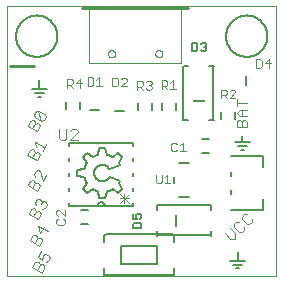
<source format=gto>
G75*
%MOIN*%
%OFA0B0*%
%FSLAX25Y25*%
%IPPOS*%
%LPD*%
%AMOC8*
5,1,8,0,0,1.08239X$1,22.5*
%
%ADD10C,0.00000*%
%ADD11C,0.00300*%
%ADD12C,0.00500*%
%ADD13C,0.01000*%
%ADD14C,0.00600*%
%ADD15R,0.03937X0.00787*%
%ADD16C,0.00800*%
%ADD17R,0.00787X0.03937*%
%ADD18C,0.00400*%
%ADD19C,0.00700*%
D10*
X0007800Y0007420D02*
X0007800Y0097421D01*
X0097681Y0097421D01*
X0097681Y0007420D01*
X0007800Y0007420D01*
X0035256Y0078602D02*
X0035256Y0097106D01*
X0041555Y0081555D02*
X0041557Y0081624D01*
X0041563Y0081692D01*
X0041573Y0081760D01*
X0041587Y0081827D01*
X0041605Y0081894D01*
X0041626Y0081959D01*
X0041652Y0082023D01*
X0041681Y0082085D01*
X0041713Y0082145D01*
X0041749Y0082204D01*
X0041789Y0082260D01*
X0041831Y0082314D01*
X0041877Y0082365D01*
X0041926Y0082414D01*
X0041977Y0082460D01*
X0042031Y0082502D01*
X0042087Y0082542D01*
X0042145Y0082578D01*
X0042206Y0082610D01*
X0042268Y0082639D01*
X0042332Y0082665D01*
X0042397Y0082686D01*
X0042464Y0082704D01*
X0042531Y0082718D01*
X0042599Y0082728D01*
X0042667Y0082734D01*
X0042736Y0082736D01*
X0042805Y0082734D01*
X0042873Y0082728D01*
X0042941Y0082718D01*
X0043008Y0082704D01*
X0043075Y0082686D01*
X0043140Y0082665D01*
X0043204Y0082639D01*
X0043266Y0082610D01*
X0043326Y0082578D01*
X0043385Y0082542D01*
X0043441Y0082502D01*
X0043495Y0082460D01*
X0043546Y0082414D01*
X0043595Y0082365D01*
X0043641Y0082314D01*
X0043683Y0082260D01*
X0043723Y0082204D01*
X0043759Y0082145D01*
X0043791Y0082085D01*
X0043820Y0082023D01*
X0043846Y0081959D01*
X0043867Y0081894D01*
X0043885Y0081827D01*
X0043899Y0081760D01*
X0043909Y0081692D01*
X0043915Y0081624D01*
X0043917Y0081555D01*
X0043915Y0081486D01*
X0043909Y0081418D01*
X0043899Y0081350D01*
X0043885Y0081283D01*
X0043867Y0081216D01*
X0043846Y0081151D01*
X0043820Y0081087D01*
X0043791Y0081025D01*
X0043759Y0080964D01*
X0043723Y0080906D01*
X0043683Y0080850D01*
X0043641Y0080796D01*
X0043595Y0080745D01*
X0043546Y0080696D01*
X0043495Y0080650D01*
X0043441Y0080608D01*
X0043385Y0080568D01*
X0043327Y0080532D01*
X0043266Y0080500D01*
X0043204Y0080471D01*
X0043140Y0080445D01*
X0043075Y0080424D01*
X0043008Y0080406D01*
X0042941Y0080392D01*
X0042873Y0080382D01*
X0042805Y0080376D01*
X0042736Y0080374D01*
X0042667Y0080376D01*
X0042599Y0080382D01*
X0042531Y0080392D01*
X0042464Y0080406D01*
X0042397Y0080424D01*
X0042332Y0080445D01*
X0042268Y0080471D01*
X0042206Y0080500D01*
X0042145Y0080532D01*
X0042087Y0080568D01*
X0042031Y0080608D01*
X0041977Y0080650D01*
X0041926Y0080696D01*
X0041877Y0080745D01*
X0041831Y0080796D01*
X0041789Y0080850D01*
X0041749Y0080906D01*
X0041713Y0080964D01*
X0041681Y0081025D01*
X0041652Y0081087D01*
X0041626Y0081151D01*
X0041605Y0081216D01*
X0041587Y0081283D01*
X0041573Y0081350D01*
X0041563Y0081418D01*
X0041557Y0081486D01*
X0041555Y0081555D01*
X0035256Y0078602D02*
X0065964Y0078602D01*
X0065964Y0097106D01*
X0057303Y0081555D02*
X0057305Y0081624D01*
X0057311Y0081692D01*
X0057321Y0081760D01*
X0057335Y0081827D01*
X0057353Y0081894D01*
X0057374Y0081959D01*
X0057400Y0082023D01*
X0057429Y0082085D01*
X0057461Y0082145D01*
X0057497Y0082204D01*
X0057537Y0082260D01*
X0057579Y0082314D01*
X0057625Y0082365D01*
X0057674Y0082414D01*
X0057725Y0082460D01*
X0057779Y0082502D01*
X0057835Y0082542D01*
X0057893Y0082578D01*
X0057954Y0082610D01*
X0058016Y0082639D01*
X0058080Y0082665D01*
X0058145Y0082686D01*
X0058212Y0082704D01*
X0058279Y0082718D01*
X0058347Y0082728D01*
X0058415Y0082734D01*
X0058484Y0082736D01*
X0058553Y0082734D01*
X0058621Y0082728D01*
X0058689Y0082718D01*
X0058756Y0082704D01*
X0058823Y0082686D01*
X0058888Y0082665D01*
X0058952Y0082639D01*
X0059014Y0082610D01*
X0059074Y0082578D01*
X0059133Y0082542D01*
X0059189Y0082502D01*
X0059243Y0082460D01*
X0059294Y0082414D01*
X0059343Y0082365D01*
X0059389Y0082314D01*
X0059431Y0082260D01*
X0059471Y0082204D01*
X0059507Y0082145D01*
X0059539Y0082085D01*
X0059568Y0082023D01*
X0059594Y0081959D01*
X0059615Y0081894D01*
X0059633Y0081827D01*
X0059647Y0081760D01*
X0059657Y0081692D01*
X0059663Y0081624D01*
X0059665Y0081555D01*
X0059663Y0081486D01*
X0059657Y0081418D01*
X0059647Y0081350D01*
X0059633Y0081283D01*
X0059615Y0081216D01*
X0059594Y0081151D01*
X0059568Y0081087D01*
X0059539Y0081025D01*
X0059507Y0080964D01*
X0059471Y0080906D01*
X0059431Y0080850D01*
X0059389Y0080796D01*
X0059343Y0080745D01*
X0059294Y0080696D01*
X0059243Y0080650D01*
X0059189Y0080608D01*
X0059133Y0080568D01*
X0059075Y0080532D01*
X0059014Y0080500D01*
X0058952Y0080471D01*
X0058888Y0080445D01*
X0058823Y0080424D01*
X0058756Y0080406D01*
X0058689Y0080392D01*
X0058621Y0080382D01*
X0058553Y0080376D01*
X0058484Y0080374D01*
X0058415Y0080376D01*
X0058347Y0080382D01*
X0058279Y0080392D01*
X0058212Y0080406D01*
X0058145Y0080424D01*
X0058080Y0080445D01*
X0058016Y0080471D01*
X0057954Y0080500D01*
X0057893Y0080532D01*
X0057835Y0080568D01*
X0057779Y0080608D01*
X0057725Y0080650D01*
X0057674Y0080696D01*
X0057625Y0080745D01*
X0057579Y0080796D01*
X0057537Y0080850D01*
X0057497Y0080906D01*
X0057461Y0080964D01*
X0057429Y0081025D01*
X0057400Y0081087D01*
X0057374Y0081151D01*
X0057353Y0081216D01*
X0057335Y0081283D01*
X0057321Y0081350D01*
X0057311Y0081418D01*
X0057305Y0081486D01*
X0057303Y0081555D01*
D11*
X0059400Y0072672D02*
X0060851Y0072672D01*
X0061335Y0072189D01*
X0061335Y0071221D01*
X0060851Y0070737D01*
X0059400Y0070737D01*
X0059400Y0069770D02*
X0059400Y0072672D01*
X0060367Y0070737D02*
X0061335Y0069770D01*
X0062347Y0069770D02*
X0064281Y0069770D01*
X0063314Y0069770D02*
X0063314Y0072672D01*
X0062347Y0071705D01*
X0056081Y0071505D02*
X0055598Y0071021D01*
X0056081Y0070537D01*
X0056081Y0070054D01*
X0055598Y0069570D01*
X0054630Y0069570D01*
X0054147Y0070054D01*
X0053135Y0069570D02*
X0052167Y0070537D01*
X0052651Y0070537D02*
X0053135Y0071021D01*
X0053135Y0071989D01*
X0052651Y0072472D01*
X0051200Y0072472D01*
X0051200Y0069570D01*
X0051200Y0070537D02*
X0052651Y0070537D01*
X0054147Y0071989D02*
X0054630Y0072472D01*
X0055598Y0072472D01*
X0056081Y0071989D01*
X0056081Y0071505D01*
X0055598Y0071021D02*
X0055114Y0071021D01*
X0047838Y0070670D02*
X0045903Y0070670D01*
X0047838Y0072605D01*
X0047838Y0073089D01*
X0047355Y0073572D01*
X0046387Y0073572D01*
X0045903Y0073089D01*
X0044892Y0073089D02*
X0044408Y0073572D01*
X0042957Y0073572D01*
X0042957Y0070670D01*
X0044408Y0070670D01*
X0044892Y0071154D01*
X0044892Y0073089D01*
X0039638Y0070870D02*
X0037703Y0070870D01*
X0038671Y0070870D02*
X0038671Y0073772D01*
X0037703Y0072805D01*
X0036692Y0073289D02*
X0036692Y0071354D01*
X0036208Y0070870D01*
X0034757Y0070870D01*
X0034757Y0073772D01*
X0036208Y0073772D01*
X0036692Y0073289D01*
X0032731Y0071671D02*
X0030797Y0071671D01*
X0032248Y0073122D01*
X0032248Y0070220D01*
X0029785Y0070220D02*
X0028817Y0071187D01*
X0029301Y0071187D02*
X0027850Y0071187D01*
X0027850Y0070220D02*
X0027850Y0073122D01*
X0029301Y0073122D01*
X0029785Y0072639D01*
X0029785Y0071671D01*
X0029301Y0071187D01*
X0020498Y0061347D02*
X0020724Y0060504D01*
X0020107Y0059435D01*
X0019264Y0059209D01*
X0018360Y0062581D01*
X0020498Y0061347D01*
X0018360Y0062581D02*
X0017517Y0062355D01*
X0016900Y0061286D01*
X0017126Y0060443D01*
X0019264Y0059209D01*
X0018657Y0058157D02*
X0018122Y0058466D01*
X0017279Y0058240D01*
X0016353Y0056636D01*
X0017957Y0055711D02*
X0014750Y0057562D01*
X0015675Y0059166D01*
X0016519Y0059392D01*
X0017053Y0059083D01*
X0017279Y0058240D01*
X0018657Y0058157D02*
X0018882Y0057314D01*
X0017957Y0055711D01*
X0017137Y0052161D02*
X0020344Y0050309D01*
X0019727Y0049240D02*
X0020961Y0051378D01*
X0017589Y0050475D02*
X0017137Y0052161D01*
X0016447Y0049732D02*
X0015604Y0049506D01*
X0014678Y0047902D01*
X0017885Y0046051D01*
X0018811Y0047654D01*
X0018585Y0048497D01*
X0018051Y0048806D01*
X0017208Y0048580D01*
X0016282Y0046976D01*
X0017208Y0048580D02*
X0016982Y0049423D01*
X0016447Y0049732D01*
X0018345Y0042704D02*
X0017502Y0042478D01*
X0016884Y0041409D01*
X0017110Y0040566D01*
X0016503Y0039514D02*
X0015660Y0039288D01*
X0014734Y0037685D01*
X0017941Y0035833D01*
X0018867Y0037437D01*
X0018641Y0038280D01*
X0018107Y0038588D01*
X0017264Y0038362D01*
X0016338Y0036759D01*
X0017264Y0038362D02*
X0017038Y0039206D01*
X0016503Y0039514D01*
X0019783Y0039023D02*
X0018879Y0042395D01*
X0018345Y0042704D01*
X0021017Y0041161D02*
X0019783Y0039023D01*
X0018688Y0033249D02*
X0017845Y0033023D01*
X0017228Y0031954D01*
X0017453Y0031111D01*
X0016846Y0030059D02*
X0017381Y0029751D01*
X0017607Y0028907D01*
X0016681Y0027304D01*
X0018284Y0026378D02*
X0019210Y0027982D01*
X0018984Y0028825D01*
X0018450Y0029133D01*
X0017607Y0028907D01*
X0016846Y0030059D02*
X0016003Y0029833D01*
X0015077Y0028230D01*
X0018284Y0026378D01*
X0018269Y0024157D02*
X0018947Y0021628D01*
X0020181Y0023766D01*
X0018269Y0024157D02*
X0021476Y0022305D01*
X0019409Y0019959D02*
X0019635Y0019116D01*
X0018709Y0017512D01*
X0015502Y0019364D01*
X0016428Y0020967D01*
X0017271Y0021193D01*
X0017805Y0020885D01*
X0018031Y0020042D01*
X0017105Y0018438D01*
X0018031Y0020042D02*
X0018874Y0020267D01*
X0019409Y0019959D01*
X0019319Y0015788D02*
X0018085Y0013650D01*
X0019689Y0012725D01*
X0019771Y0014102D01*
X0020080Y0014637D01*
X0020923Y0014863D01*
X0021992Y0014245D01*
X0022218Y0013402D01*
X0021601Y0012333D01*
X0020758Y0012107D01*
X0020150Y0011056D02*
X0020376Y0010213D01*
X0019450Y0008609D01*
X0016243Y0010461D01*
X0017169Y0012064D01*
X0018012Y0012290D01*
X0018547Y0011982D01*
X0018773Y0011138D01*
X0017847Y0009535D01*
X0018773Y0011138D02*
X0019616Y0011364D01*
X0020150Y0011056D01*
X0024751Y0024580D02*
X0026686Y0024580D01*
X0027170Y0025064D01*
X0027170Y0026031D01*
X0026686Y0026515D01*
X0027170Y0027527D02*
X0025235Y0029461D01*
X0024751Y0029461D01*
X0024268Y0028978D01*
X0024268Y0028010D01*
X0024751Y0027527D01*
X0024751Y0026515D02*
X0024268Y0026031D01*
X0024268Y0025064D01*
X0024751Y0024580D01*
X0027170Y0027527D02*
X0027170Y0029461D01*
X0021052Y0031171D02*
X0020435Y0030102D01*
X0019591Y0029876D01*
X0019140Y0031563D02*
X0019448Y0032097D01*
X0020291Y0032323D01*
X0020826Y0032014D01*
X0021052Y0031171D01*
X0019448Y0032097D02*
X0019222Y0032940D01*
X0018688Y0033249D01*
X0045414Y0033318D02*
X0048550Y0033318D01*
X0048550Y0034886D02*
X0045414Y0031750D01*
X0046982Y0031750D02*
X0046982Y0034886D01*
X0045414Y0034886D02*
X0048550Y0031750D01*
X0057467Y0038854D02*
X0057951Y0038370D01*
X0058918Y0038370D01*
X0059402Y0038854D01*
X0059402Y0041272D01*
X0060413Y0040305D02*
X0061381Y0041272D01*
X0061381Y0038370D01*
X0062348Y0038370D02*
X0060413Y0038370D01*
X0057467Y0038854D02*
X0057467Y0041272D01*
X0063057Y0049056D02*
X0064025Y0049056D01*
X0064509Y0049540D01*
X0065520Y0049056D02*
X0067455Y0049056D01*
X0066488Y0049056D02*
X0066488Y0051959D01*
X0065520Y0050991D01*
X0064509Y0051475D02*
X0064025Y0051959D01*
X0063057Y0051959D01*
X0062574Y0051475D01*
X0062574Y0049540D01*
X0063057Y0049056D01*
X0079130Y0066720D02*
X0079130Y0069622D01*
X0080581Y0069622D01*
X0081065Y0069139D01*
X0081065Y0068171D01*
X0080581Y0067687D01*
X0079130Y0067687D01*
X0080097Y0067687D02*
X0081065Y0066720D01*
X0082077Y0066720D02*
X0084012Y0068655D01*
X0084012Y0069139D01*
X0083528Y0069622D01*
X0082560Y0069622D01*
X0082077Y0069139D01*
X0082077Y0066720D02*
X0084012Y0066720D01*
X0084418Y0066308D02*
X0084418Y0064039D01*
X0084418Y0065173D02*
X0087821Y0065173D01*
X0087821Y0062901D02*
X0085553Y0062901D01*
X0084418Y0061766D01*
X0085553Y0060632D01*
X0087821Y0060632D01*
X0087254Y0059494D02*
X0086687Y0059494D01*
X0086120Y0058927D01*
X0086120Y0057225D01*
X0087821Y0057225D02*
X0084418Y0057225D01*
X0084418Y0058927D01*
X0084986Y0059494D01*
X0085553Y0059494D01*
X0086120Y0058927D01*
X0087254Y0059494D02*
X0087821Y0058927D01*
X0087821Y0057225D01*
X0086120Y0060632D02*
X0086120Y0062901D01*
X0090856Y0076858D02*
X0092307Y0076858D01*
X0092791Y0077342D01*
X0092791Y0079277D01*
X0092307Y0079761D01*
X0090856Y0079761D01*
X0090856Y0076858D01*
X0093802Y0078310D02*
X0095737Y0078310D01*
X0095253Y0079761D02*
X0093802Y0078310D01*
X0095253Y0076858D02*
X0095253Y0079761D01*
X0087843Y0028151D02*
X0086970Y0028151D01*
X0086097Y0027278D01*
X0086097Y0026405D01*
X0087843Y0024659D01*
X0088716Y0024659D01*
X0089589Y0025532D01*
X0089589Y0026405D01*
X0086984Y0023801D02*
X0086984Y0022928D01*
X0086112Y0022055D01*
X0085239Y0022055D01*
X0083493Y0023801D01*
X0083493Y0024674D01*
X0084366Y0025546D01*
X0085239Y0025546D01*
X0082198Y0023378D02*
X0083944Y0021633D01*
X0083944Y0019887D01*
X0082198Y0019887D01*
X0080452Y0021633D01*
D12*
X0075800Y0020920D02*
X0075800Y0022420D01*
X0075800Y0029420D02*
X0075800Y0030920D01*
X0063711Y0020426D02*
X0063711Y0018851D01*
X0063711Y0020426D02*
X0063709Y0020488D01*
X0063703Y0020549D01*
X0063694Y0020610D01*
X0063680Y0020671D01*
X0063663Y0020730D01*
X0063642Y0020788D01*
X0063617Y0020845D01*
X0063589Y0020900D01*
X0063558Y0020953D01*
X0063523Y0021004D01*
X0063485Y0021053D01*
X0063444Y0021100D01*
X0063401Y0021143D01*
X0063354Y0021184D01*
X0063305Y0021222D01*
X0063254Y0021257D01*
X0063201Y0021288D01*
X0063146Y0021316D01*
X0063089Y0021341D01*
X0063031Y0021362D01*
X0062972Y0021379D01*
X0062911Y0021393D01*
X0062850Y0021402D01*
X0062789Y0021408D01*
X0062727Y0021410D01*
X0041467Y0021410D01*
X0041400Y0021419D01*
X0041333Y0021424D01*
X0041266Y0021426D01*
X0041199Y0021424D01*
X0041132Y0021418D01*
X0041066Y0021408D01*
X0041000Y0021395D01*
X0040935Y0021378D01*
X0040871Y0021358D01*
X0040808Y0021333D01*
X0040747Y0021306D01*
X0040688Y0021275D01*
X0040630Y0021241D01*
X0040574Y0021203D01*
X0040521Y0021162D01*
X0040470Y0021119D01*
X0040421Y0021073D01*
X0040375Y0021024D01*
X0040332Y0020972D01*
X0040292Y0020919D01*
X0040254Y0020863D01*
X0040221Y0020805D01*
X0040190Y0020745D01*
X0040163Y0020684D01*
X0040139Y0020621D01*
X0040119Y0020557D01*
X0040102Y0020492D01*
X0040089Y0020426D01*
X0040089Y0018851D01*
X0045994Y0017473D02*
X0045994Y0011567D01*
X0057806Y0011567D01*
X0057806Y0017473D01*
X0045994Y0017473D01*
X0040089Y0010189D02*
X0040089Y0008614D01*
X0040091Y0008552D01*
X0040097Y0008491D01*
X0040106Y0008430D01*
X0040120Y0008369D01*
X0040137Y0008310D01*
X0040158Y0008252D01*
X0040183Y0008195D01*
X0040211Y0008140D01*
X0040242Y0008087D01*
X0040277Y0008036D01*
X0040315Y0007987D01*
X0040356Y0007940D01*
X0040399Y0007897D01*
X0040446Y0007856D01*
X0040495Y0007818D01*
X0040546Y0007783D01*
X0040599Y0007752D01*
X0040654Y0007724D01*
X0040711Y0007699D01*
X0040769Y0007678D01*
X0040828Y0007661D01*
X0040889Y0007647D01*
X0040950Y0007638D01*
X0041011Y0007632D01*
X0041073Y0007630D01*
X0062727Y0007630D01*
X0062789Y0007632D01*
X0062850Y0007638D01*
X0062911Y0007647D01*
X0062972Y0007661D01*
X0063031Y0007678D01*
X0063089Y0007699D01*
X0063146Y0007724D01*
X0063201Y0007752D01*
X0063254Y0007783D01*
X0063305Y0007818D01*
X0063354Y0007856D01*
X0063401Y0007897D01*
X0063444Y0007940D01*
X0063485Y0007987D01*
X0063523Y0008036D01*
X0063558Y0008087D01*
X0063589Y0008140D01*
X0063617Y0008195D01*
X0063642Y0008252D01*
X0063663Y0008310D01*
X0063680Y0008369D01*
X0063694Y0008430D01*
X0063703Y0008491D01*
X0063709Y0008552D01*
X0063711Y0008614D01*
X0063711Y0010189D01*
X0057800Y0020920D02*
X0057800Y0022420D01*
X0057800Y0029420D02*
X0057800Y0030920D01*
X0082324Y0012433D02*
X0084824Y0012433D01*
X0084824Y0015433D01*
X0084824Y0012433D02*
X0087324Y0012433D01*
X0086324Y0011233D02*
X0083324Y0011233D01*
X0084318Y0010019D02*
X0085318Y0010019D01*
X0085744Y0049576D02*
X0086744Y0049576D01*
X0087750Y0050790D02*
X0084750Y0050790D01*
X0083750Y0051990D02*
X0086250Y0051990D01*
X0086250Y0053990D01*
X0086250Y0051990D02*
X0088750Y0051990D01*
X0076810Y0059530D02*
X0075310Y0059530D01*
X0068310Y0059530D02*
X0066810Y0059530D01*
X0066810Y0077530D02*
X0068310Y0077530D01*
X0075310Y0077530D02*
X0076810Y0077530D01*
X0087606Y0074208D02*
X0087606Y0071208D01*
X0046800Y0062420D02*
X0043800Y0062420D01*
X0038700Y0062820D02*
X0035700Y0062820D01*
X0021180Y0069640D02*
X0018680Y0069640D01*
X0018680Y0072640D01*
X0018680Y0069640D02*
X0016180Y0069640D01*
X0017180Y0068440D02*
X0020180Y0068440D01*
X0019174Y0067226D02*
X0018174Y0067226D01*
D13*
X0016800Y0077420D02*
X0008800Y0077420D01*
X0032893Y0096909D02*
X0068327Y0096909D01*
D14*
X0069578Y0085125D02*
X0070879Y0085125D01*
X0071312Y0084691D01*
X0071312Y0082957D01*
X0070879Y0082523D01*
X0069578Y0082523D01*
X0069578Y0085125D01*
X0072524Y0084691D02*
X0072958Y0085125D01*
X0073825Y0085125D01*
X0074259Y0084691D01*
X0074259Y0084258D01*
X0073825Y0083824D01*
X0074259Y0083390D01*
X0074259Y0082957D01*
X0073825Y0082523D01*
X0072958Y0082523D01*
X0072524Y0082957D01*
X0073392Y0083824D02*
X0073825Y0083824D01*
X0076710Y0077555D02*
X0076710Y0059555D01*
X0079068Y0059689D02*
X0079068Y0062051D01*
X0083792Y0062051D02*
X0083792Y0059689D01*
X0075105Y0053019D02*
X0072742Y0053019D01*
X0072742Y0048294D02*
X0075105Y0048294D01*
X0066710Y0059555D02*
X0066710Y0077555D01*
X0064162Y0065101D02*
X0064162Y0062739D01*
X0059438Y0062739D02*
X0059438Y0065101D01*
X0056162Y0065101D02*
X0056162Y0062739D01*
X0051438Y0062739D02*
X0051438Y0065101D01*
X0049900Y0051920D02*
X0028700Y0051920D01*
X0028700Y0050920D01*
X0028700Y0046920D02*
X0028700Y0045920D01*
X0031300Y0042720D02*
X0033700Y0043220D01*
X0034400Y0045020D02*
X0033100Y0047020D01*
X0034500Y0048420D01*
X0036400Y0047020D01*
X0038300Y0047920D02*
X0038700Y0050120D01*
X0040700Y0050120D01*
X0041100Y0047920D01*
X0043100Y0047120D02*
X0044900Y0048420D01*
X0046300Y0047020D01*
X0045100Y0045220D01*
X0045500Y0044420D01*
X0042100Y0043020D01*
X0042100Y0040620D02*
X0045500Y0039120D01*
X0045100Y0038420D01*
X0046300Y0036620D01*
X0044900Y0035220D01*
X0043100Y0036420D01*
X0041100Y0035620D02*
X0040700Y0033420D01*
X0038700Y0033420D01*
X0038300Y0035720D01*
X0036400Y0036520D02*
X0034500Y0035220D01*
X0033100Y0036620D01*
X0034400Y0038520D01*
X0033700Y0040320D02*
X0031300Y0040820D01*
X0031300Y0042720D01*
X0028700Y0041920D02*
X0028700Y0040920D01*
X0028700Y0036920D02*
X0028700Y0035920D01*
X0028700Y0031920D02*
X0028700Y0030920D01*
X0038100Y0030920D01*
X0040500Y0030920D01*
X0049900Y0030920D01*
X0049900Y0031920D01*
X0049900Y0035920D02*
X0049900Y0036920D01*
X0049900Y0040920D02*
X0049900Y0041920D01*
X0049900Y0045920D02*
X0049900Y0046920D01*
X0049900Y0050920D02*
X0049900Y0051920D01*
X0038292Y0047938D02*
X0038149Y0047898D01*
X0038007Y0047855D01*
X0037866Y0047808D01*
X0037727Y0047757D01*
X0037589Y0047703D01*
X0037452Y0047646D01*
X0037316Y0047585D01*
X0037183Y0047521D01*
X0037050Y0047454D01*
X0036920Y0047384D01*
X0036791Y0047310D01*
X0036664Y0047233D01*
X0036539Y0047153D01*
X0036416Y0047070D01*
X0042100Y0043020D02*
X0042053Y0043112D01*
X0042002Y0043202D01*
X0041948Y0043290D01*
X0041891Y0043376D01*
X0041831Y0043459D01*
X0041767Y0043541D01*
X0041700Y0043619D01*
X0041631Y0043696D01*
X0041559Y0043769D01*
X0041483Y0043840D01*
X0041406Y0043908D01*
X0041325Y0043973D01*
X0041243Y0044035D01*
X0041158Y0044093D01*
X0041071Y0044149D01*
X0040982Y0044201D01*
X0040891Y0044249D01*
X0040798Y0044295D01*
X0040704Y0044336D01*
X0040608Y0044374D01*
X0040510Y0044409D01*
X0040412Y0044439D01*
X0040312Y0044466D01*
X0040212Y0044490D01*
X0040110Y0044509D01*
X0040008Y0044524D01*
X0039906Y0044536D01*
X0039803Y0044544D01*
X0039700Y0044548D01*
X0039596Y0044547D01*
X0039493Y0044543D01*
X0039390Y0044536D01*
X0039288Y0044524D01*
X0039186Y0044508D01*
X0039084Y0044489D01*
X0038984Y0044465D01*
X0038884Y0044438D01*
X0038786Y0044408D01*
X0038689Y0044373D01*
X0038593Y0044335D01*
X0038498Y0044293D01*
X0038406Y0044248D01*
X0038315Y0044199D01*
X0038226Y0044147D01*
X0038139Y0044091D01*
X0038054Y0044032D01*
X0037971Y0043970D01*
X0037891Y0043905D01*
X0037814Y0043837D01*
X0037739Y0043766D01*
X0037666Y0043693D01*
X0037597Y0043616D01*
X0037530Y0043537D01*
X0037467Y0043456D01*
X0037407Y0043372D01*
X0037350Y0043286D01*
X0037296Y0043198D01*
X0037245Y0043108D01*
X0037198Y0043016D01*
X0037155Y0042923D01*
X0037115Y0042828D01*
X0037079Y0042731D01*
X0037046Y0042633D01*
X0037017Y0042534D01*
X0036992Y0042434D01*
X0036971Y0042333D01*
X0036953Y0042231D01*
X0036940Y0042129D01*
X0036930Y0042026D01*
X0036924Y0041923D01*
X0036922Y0041820D01*
X0036924Y0041717D01*
X0036930Y0041614D01*
X0036940Y0041511D01*
X0036953Y0041409D01*
X0036971Y0041307D01*
X0036992Y0041206D01*
X0037017Y0041106D01*
X0037046Y0041007D01*
X0037079Y0040909D01*
X0037115Y0040812D01*
X0037155Y0040717D01*
X0037198Y0040624D01*
X0037245Y0040532D01*
X0037296Y0040442D01*
X0037350Y0040354D01*
X0037407Y0040268D01*
X0037467Y0040184D01*
X0037530Y0040103D01*
X0037597Y0040024D01*
X0037666Y0039947D01*
X0037739Y0039874D01*
X0037814Y0039803D01*
X0037891Y0039735D01*
X0037971Y0039670D01*
X0038054Y0039608D01*
X0038139Y0039549D01*
X0038226Y0039493D01*
X0038315Y0039441D01*
X0038406Y0039392D01*
X0038498Y0039347D01*
X0038593Y0039305D01*
X0038689Y0039267D01*
X0038786Y0039232D01*
X0038884Y0039202D01*
X0038984Y0039175D01*
X0039084Y0039151D01*
X0039186Y0039132D01*
X0039288Y0039116D01*
X0039390Y0039104D01*
X0039493Y0039097D01*
X0039596Y0039093D01*
X0039700Y0039092D01*
X0039803Y0039096D01*
X0039906Y0039104D01*
X0040008Y0039116D01*
X0040110Y0039131D01*
X0040212Y0039150D01*
X0040312Y0039174D01*
X0040412Y0039201D01*
X0040510Y0039231D01*
X0040608Y0039266D01*
X0040704Y0039304D01*
X0040798Y0039345D01*
X0040891Y0039391D01*
X0040982Y0039439D01*
X0041071Y0039491D01*
X0041158Y0039547D01*
X0041243Y0039605D01*
X0041325Y0039667D01*
X0041406Y0039732D01*
X0041483Y0039800D01*
X0041559Y0039871D01*
X0041631Y0039944D01*
X0041700Y0040021D01*
X0041767Y0040099D01*
X0041831Y0040181D01*
X0041891Y0040264D01*
X0041948Y0040350D01*
X0042002Y0040438D01*
X0042053Y0040528D01*
X0042100Y0040620D01*
X0034442Y0038544D02*
X0034369Y0038671D01*
X0034298Y0038800D01*
X0034230Y0038930D01*
X0034166Y0039062D01*
X0034104Y0039196D01*
X0034046Y0039331D01*
X0033991Y0039467D01*
X0033939Y0039605D01*
X0033890Y0039743D01*
X0033845Y0039883D01*
X0033802Y0040024D01*
X0033764Y0040166D01*
X0033728Y0040308D01*
X0041260Y0035646D02*
X0041406Y0035687D01*
X0041551Y0035731D01*
X0041694Y0035778D01*
X0041837Y0035830D01*
X0041978Y0035884D01*
X0042118Y0035943D01*
X0042257Y0036004D01*
X0042394Y0036069D01*
X0042529Y0036138D01*
X0042662Y0036209D01*
X0042794Y0036284D01*
X0042924Y0036363D01*
X0043052Y0036444D01*
X0038278Y0035702D02*
X0038126Y0035743D01*
X0037974Y0035787D01*
X0037823Y0035835D01*
X0037674Y0035886D01*
X0037526Y0035942D01*
X0037380Y0036001D01*
X0037235Y0036064D01*
X0037091Y0036130D01*
X0036950Y0036200D01*
X0036810Y0036273D01*
X0036672Y0036350D01*
X0036536Y0036431D01*
X0036402Y0036515D01*
X0041092Y0047910D02*
X0041242Y0047876D01*
X0041391Y0047839D01*
X0041539Y0047797D01*
X0041686Y0047753D01*
X0041832Y0047704D01*
X0041977Y0047652D01*
X0042120Y0047597D01*
X0042262Y0047538D01*
X0042403Y0047475D01*
X0042542Y0047409D01*
X0042679Y0047340D01*
X0042814Y0047267D01*
X0042948Y0047191D01*
X0043080Y0047112D01*
X0034400Y0045012D02*
X0034326Y0044883D01*
X0034254Y0044752D01*
X0034186Y0044619D01*
X0034121Y0044485D01*
X0034060Y0044350D01*
X0034001Y0044213D01*
X0033946Y0044074D01*
X0033894Y0043935D01*
X0033846Y0043794D01*
X0033801Y0043652D01*
X0033759Y0043509D01*
X0033721Y0043365D01*
X0033686Y0043220D01*
X0038100Y0030920D02*
X0038102Y0030989D01*
X0038108Y0031057D01*
X0038118Y0031125D01*
X0038131Y0031192D01*
X0038149Y0031258D01*
X0038170Y0031323D01*
X0038195Y0031387D01*
X0038223Y0031449D01*
X0038255Y0031510D01*
X0038290Y0031569D01*
X0038329Y0031625D01*
X0038371Y0031680D01*
X0038416Y0031731D01*
X0038464Y0031781D01*
X0038514Y0031827D01*
X0038567Y0031870D01*
X0038623Y0031911D01*
X0038680Y0031948D01*
X0038740Y0031981D01*
X0038802Y0032012D01*
X0038865Y0032038D01*
X0038929Y0032061D01*
X0038995Y0032081D01*
X0039062Y0032096D01*
X0039129Y0032108D01*
X0039197Y0032116D01*
X0039266Y0032120D01*
X0039334Y0032120D01*
X0039403Y0032116D01*
X0039471Y0032108D01*
X0039538Y0032096D01*
X0039605Y0032081D01*
X0039671Y0032061D01*
X0039735Y0032038D01*
X0039798Y0032012D01*
X0039860Y0031981D01*
X0039920Y0031948D01*
X0039977Y0031911D01*
X0040033Y0031870D01*
X0040086Y0031827D01*
X0040136Y0031781D01*
X0040184Y0031731D01*
X0040229Y0031680D01*
X0040271Y0031625D01*
X0040310Y0031569D01*
X0040345Y0031510D01*
X0040377Y0031449D01*
X0040405Y0031387D01*
X0040430Y0031323D01*
X0040451Y0031258D01*
X0040469Y0031192D01*
X0040482Y0031125D01*
X0040492Y0031057D01*
X0040498Y0030989D01*
X0040500Y0030920D01*
X0040498Y0030989D01*
X0040492Y0031057D01*
X0040482Y0031125D01*
X0040469Y0031192D01*
X0040451Y0031258D01*
X0040430Y0031323D01*
X0040405Y0031387D01*
X0040377Y0031449D01*
X0040345Y0031510D01*
X0040310Y0031569D01*
X0040271Y0031625D01*
X0040229Y0031680D01*
X0040184Y0031731D01*
X0040136Y0031781D01*
X0040086Y0031827D01*
X0040033Y0031870D01*
X0039977Y0031911D01*
X0039920Y0031948D01*
X0039860Y0031981D01*
X0039798Y0032012D01*
X0039735Y0032038D01*
X0039671Y0032061D01*
X0039605Y0032081D01*
X0039538Y0032096D01*
X0039471Y0032108D01*
X0039403Y0032116D01*
X0039334Y0032120D01*
X0039266Y0032120D01*
X0039197Y0032116D01*
X0039129Y0032108D01*
X0039062Y0032096D01*
X0038995Y0032081D01*
X0038929Y0032061D01*
X0038865Y0032038D01*
X0038802Y0032012D01*
X0038740Y0031981D01*
X0038680Y0031948D01*
X0038623Y0031911D01*
X0038567Y0031870D01*
X0038514Y0031827D01*
X0038464Y0031781D01*
X0038416Y0031731D01*
X0038371Y0031680D01*
X0038329Y0031625D01*
X0038290Y0031569D01*
X0038255Y0031510D01*
X0038223Y0031449D01*
X0038195Y0031387D01*
X0038170Y0031323D01*
X0038149Y0031258D01*
X0038131Y0031192D01*
X0038118Y0031125D01*
X0038108Y0031057D01*
X0038102Y0030989D01*
X0038100Y0030920D01*
X0034871Y0029422D02*
X0032509Y0029422D01*
X0032509Y0024698D02*
X0034871Y0024698D01*
X0049961Y0024690D02*
X0049961Y0023389D01*
X0052563Y0023389D01*
X0052563Y0024690D01*
X0052129Y0025124D01*
X0050394Y0025124D01*
X0049961Y0024690D01*
X0049961Y0026336D02*
X0051262Y0026336D01*
X0050828Y0027203D01*
X0050828Y0027637D01*
X0051262Y0028071D01*
X0052129Y0028071D01*
X0052563Y0027637D01*
X0052563Y0026770D01*
X0052129Y0026336D01*
X0049961Y0026336D02*
X0049961Y0028071D01*
X0057825Y0031020D02*
X0075825Y0031020D01*
X0075825Y0021020D02*
X0057825Y0021020D01*
X0032162Y0063239D02*
X0032162Y0065601D01*
X0027438Y0065601D02*
X0027438Y0063239D01*
D15*
X0071810Y0065952D03*
D16*
X0068491Y0045110D02*
X0065109Y0045110D01*
X0063609Y0040567D02*
X0063609Y0038453D01*
X0065109Y0033910D02*
X0068491Y0033910D01*
X0080910Y0087420D02*
X0080912Y0087589D01*
X0080918Y0087758D01*
X0080929Y0087927D01*
X0080943Y0088095D01*
X0080962Y0088263D01*
X0080985Y0088431D01*
X0081011Y0088598D01*
X0081042Y0088764D01*
X0081077Y0088930D01*
X0081116Y0089094D01*
X0081160Y0089258D01*
X0081207Y0089420D01*
X0081258Y0089581D01*
X0081313Y0089741D01*
X0081372Y0089900D01*
X0081434Y0090057D01*
X0081501Y0090212D01*
X0081572Y0090366D01*
X0081646Y0090518D01*
X0081724Y0090668D01*
X0081805Y0090816D01*
X0081890Y0090962D01*
X0081979Y0091106D01*
X0082071Y0091248D01*
X0082167Y0091387D01*
X0082266Y0091524D01*
X0082368Y0091659D01*
X0082474Y0091791D01*
X0082583Y0091920D01*
X0082695Y0092047D01*
X0082810Y0092171D01*
X0082928Y0092292D01*
X0083049Y0092410D01*
X0083173Y0092525D01*
X0083300Y0092637D01*
X0083429Y0092746D01*
X0083561Y0092852D01*
X0083696Y0092954D01*
X0083833Y0093053D01*
X0083972Y0093149D01*
X0084114Y0093241D01*
X0084258Y0093330D01*
X0084404Y0093415D01*
X0084552Y0093496D01*
X0084702Y0093574D01*
X0084854Y0093648D01*
X0085008Y0093719D01*
X0085163Y0093786D01*
X0085320Y0093848D01*
X0085479Y0093907D01*
X0085639Y0093962D01*
X0085800Y0094013D01*
X0085962Y0094060D01*
X0086126Y0094104D01*
X0086290Y0094143D01*
X0086456Y0094178D01*
X0086622Y0094209D01*
X0086789Y0094235D01*
X0086957Y0094258D01*
X0087125Y0094277D01*
X0087293Y0094291D01*
X0087462Y0094302D01*
X0087631Y0094308D01*
X0087800Y0094310D01*
X0087969Y0094308D01*
X0088138Y0094302D01*
X0088307Y0094291D01*
X0088475Y0094277D01*
X0088643Y0094258D01*
X0088811Y0094235D01*
X0088978Y0094209D01*
X0089144Y0094178D01*
X0089310Y0094143D01*
X0089474Y0094104D01*
X0089638Y0094060D01*
X0089800Y0094013D01*
X0089961Y0093962D01*
X0090121Y0093907D01*
X0090280Y0093848D01*
X0090437Y0093786D01*
X0090592Y0093719D01*
X0090746Y0093648D01*
X0090898Y0093574D01*
X0091048Y0093496D01*
X0091196Y0093415D01*
X0091342Y0093330D01*
X0091486Y0093241D01*
X0091628Y0093149D01*
X0091767Y0093053D01*
X0091904Y0092954D01*
X0092039Y0092852D01*
X0092171Y0092746D01*
X0092300Y0092637D01*
X0092427Y0092525D01*
X0092551Y0092410D01*
X0092672Y0092292D01*
X0092790Y0092171D01*
X0092905Y0092047D01*
X0093017Y0091920D01*
X0093126Y0091791D01*
X0093232Y0091659D01*
X0093334Y0091524D01*
X0093433Y0091387D01*
X0093529Y0091248D01*
X0093621Y0091106D01*
X0093710Y0090962D01*
X0093795Y0090816D01*
X0093876Y0090668D01*
X0093954Y0090518D01*
X0094028Y0090366D01*
X0094099Y0090212D01*
X0094166Y0090057D01*
X0094228Y0089900D01*
X0094287Y0089741D01*
X0094342Y0089581D01*
X0094393Y0089420D01*
X0094440Y0089258D01*
X0094484Y0089094D01*
X0094523Y0088930D01*
X0094558Y0088764D01*
X0094589Y0088598D01*
X0094615Y0088431D01*
X0094638Y0088263D01*
X0094657Y0088095D01*
X0094671Y0087927D01*
X0094682Y0087758D01*
X0094688Y0087589D01*
X0094690Y0087420D01*
X0094688Y0087251D01*
X0094682Y0087082D01*
X0094671Y0086913D01*
X0094657Y0086745D01*
X0094638Y0086577D01*
X0094615Y0086409D01*
X0094589Y0086242D01*
X0094558Y0086076D01*
X0094523Y0085910D01*
X0094484Y0085746D01*
X0094440Y0085582D01*
X0094393Y0085420D01*
X0094342Y0085259D01*
X0094287Y0085099D01*
X0094228Y0084940D01*
X0094166Y0084783D01*
X0094099Y0084628D01*
X0094028Y0084474D01*
X0093954Y0084322D01*
X0093876Y0084172D01*
X0093795Y0084024D01*
X0093710Y0083878D01*
X0093621Y0083734D01*
X0093529Y0083592D01*
X0093433Y0083453D01*
X0093334Y0083316D01*
X0093232Y0083181D01*
X0093126Y0083049D01*
X0093017Y0082920D01*
X0092905Y0082793D01*
X0092790Y0082669D01*
X0092672Y0082548D01*
X0092551Y0082430D01*
X0092427Y0082315D01*
X0092300Y0082203D01*
X0092171Y0082094D01*
X0092039Y0081988D01*
X0091904Y0081886D01*
X0091767Y0081787D01*
X0091628Y0081691D01*
X0091486Y0081599D01*
X0091342Y0081510D01*
X0091196Y0081425D01*
X0091048Y0081344D01*
X0090898Y0081266D01*
X0090746Y0081192D01*
X0090592Y0081121D01*
X0090437Y0081054D01*
X0090280Y0080992D01*
X0090121Y0080933D01*
X0089961Y0080878D01*
X0089800Y0080827D01*
X0089638Y0080780D01*
X0089474Y0080736D01*
X0089310Y0080697D01*
X0089144Y0080662D01*
X0088978Y0080631D01*
X0088811Y0080605D01*
X0088643Y0080582D01*
X0088475Y0080563D01*
X0088307Y0080549D01*
X0088138Y0080538D01*
X0087969Y0080532D01*
X0087800Y0080530D01*
X0087631Y0080532D01*
X0087462Y0080538D01*
X0087293Y0080549D01*
X0087125Y0080563D01*
X0086957Y0080582D01*
X0086789Y0080605D01*
X0086622Y0080631D01*
X0086456Y0080662D01*
X0086290Y0080697D01*
X0086126Y0080736D01*
X0085962Y0080780D01*
X0085800Y0080827D01*
X0085639Y0080878D01*
X0085479Y0080933D01*
X0085320Y0080992D01*
X0085163Y0081054D01*
X0085008Y0081121D01*
X0084854Y0081192D01*
X0084702Y0081266D01*
X0084552Y0081344D01*
X0084404Y0081425D01*
X0084258Y0081510D01*
X0084114Y0081599D01*
X0083972Y0081691D01*
X0083833Y0081787D01*
X0083696Y0081886D01*
X0083561Y0081988D01*
X0083429Y0082094D01*
X0083300Y0082203D01*
X0083173Y0082315D01*
X0083049Y0082430D01*
X0082928Y0082548D01*
X0082810Y0082669D01*
X0082695Y0082793D01*
X0082583Y0082920D01*
X0082474Y0083049D01*
X0082368Y0083181D01*
X0082266Y0083316D01*
X0082167Y0083453D01*
X0082071Y0083592D01*
X0081979Y0083734D01*
X0081890Y0083878D01*
X0081805Y0084024D01*
X0081724Y0084172D01*
X0081646Y0084322D01*
X0081572Y0084474D01*
X0081501Y0084628D01*
X0081434Y0084783D01*
X0081372Y0084940D01*
X0081313Y0085099D01*
X0081258Y0085259D01*
X0081207Y0085420D01*
X0081160Y0085582D01*
X0081116Y0085746D01*
X0081077Y0085910D01*
X0081042Y0086076D01*
X0081011Y0086242D01*
X0080985Y0086409D01*
X0080962Y0086577D01*
X0080943Y0086745D01*
X0080929Y0086913D01*
X0080918Y0087082D01*
X0080912Y0087251D01*
X0080910Y0087420D01*
X0010910Y0087420D02*
X0010912Y0087589D01*
X0010918Y0087758D01*
X0010929Y0087927D01*
X0010943Y0088095D01*
X0010962Y0088263D01*
X0010985Y0088431D01*
X0011011Y0088598D01*
X0011042Y0088764D01*
X0011077Y0088930D01*
X0011116Y0089094D01*
X0011160Y0089258D01*
X0011207Y0089420D01*
X0011258Y0089581D01*
X0011313Y0089741D01*
X0011372Y0089900D01*
X0011434Y0090057D01*
X0011501Y0090212D01*
X0011572Y0090366D01*
X0011646Y0090518D01*
X0011724Y0090668D01*
X0011805Y0090816D01*
X0011890Y0090962D01*
X0011979Y0091106D01*
X0012071Y0091248D01*
X0012167Y0091387D01*
X0012266Y0091524D01*
X0012368Y0091659D01*
X0012474Y0091791D01*
X0012583Y0091920D01*
X0012695Y0092047D01*
X0012810Y0092171D01*
X0012928Y0092292D01*
X0013049Y0092410D01*
X0013173Y0092525D01*
X0013300Y0092637D01*
X0013429Y0092746D01*
X0013561Y0092852D01*
X0013696Y0092954D01*
X0013833Y0093053D01*
X0013972Y0093149D01*
X0014114Y0093241D01*
X0014258Y0093330D01*
X0014404Y0093415D01*
X0014552Y0093496D01*
X0014702Y0093574D01*
X0014854Y0093648D01*
X0015008Y0093719D01*
X0015163Y0093786D01*
X0015320Y0093848D01*
X0015479Y0093907D01*
X0015639Y0093962D01*
X0015800Y0094013D01*
X0015962Y0094060D01*
X0016126Y0094104D01*
X0016290Y0094143D01*
X0016456Y0094178D01*
X0016622Y0094209D01*
X0016789Y0094235D01*
X0016957Y0094258D01*
X0017125Y0094277D01*
X0017293Y0094291D01*
X0017462Y0094302D01*
X0017631Y0094308D01*
X0017800Y0094310D01*
X0017969Y0094308D01*
X0018138Y0094302D01*
X0018307Y0094291D01*
X0018475Y0094277D01*
X0018643Y0094258D01*
X0018811Y0094235D01*
X0018978Y0094209D01*
X0019144Y0094178D01*
X0019310Y0094143D01*
X0019474Y0094104D01*
X0019638Y0094060D01*
X0019800Y0094013D01*
X0019961Y0093962D01*
X0020121Y0093907D01*
X0020280Y0093848D01*
X0020437Y0093786D01*
X0020592Y0093719D01*
X0020746Y0093648D01*
X0020898Y0093574D01*
X0021048Y0093496D01*
X0021196Y0093415D01*
X0021342Y0093330D01*
X0021486Y0093241D01*
X0021628Y0093149D01*
X0021767Y0093053D01*
X0021904Y0092954D01*
X0022039Y0092852D01*
X0022171Y0092746D01*
X0022300Y0092637D01*
X0022427Y0092525D01*
X0022551Y0092410D01*
X0022672Y0092292D01*
X0022790Y0092171D01*
X0022905Y0092047D01*
X0023017Y0091920D01*
X0023126Y0091791D01*
X0023232Y0091659D01*
X0023334Y0091524D01*
X0023433Y0091387D01*
X0023529Y0091248D01*
X0023621Y0091106D01*
X0023710Y0090962D01*
X0023795Y0090816D01*
X0023876Y0090668D01*
X0023954Y0090518D01*
X0024028Y0090366D01*
X0024099Y0090212D01*
X0024166Y0090057D01*
X0024228Y0089900D01*
X0024287Y0089741D01*
X0024342Y0089581D01*
X0024393Y0089420D01*
X0024440Y0089258D01*
X0024484Y0089094D01*
X0024523Y0088930D01*
X0024558Y0088764D01*
X0024589Y0088598D01*
X0024615Y0088431D01*
X0024638Y0088263D01*
X0024657Y0088095D01*
X0024671Y0087927D01*
X0024682Y0087758D01*
X0024688Y0087589D01*
X0024690Y0087420D01*
X0024688Y0087251D01*
X0024682Y0087082D01*
X0024671Y0086913D01*
X0024657Y0086745D01*
X0024638Y0086577D01*
X0024615Y0086409D01*
X0024589Y0086242D01*
X0024558Y0086076D01*
X0024523Y0085910D01*
X0024484Y0085746D01*
X0024440Y0085582D01*
X0024393Y0085420D01*
X0024342Y0085259D01*
X0024287Y0085099D01*
X0024228Y0084940D01*
X0024166Y0084783D01*
X0024099Y0084628D01*
X0024028Y0084474D01*
X0023954Y0084322D01*
X0023876Y0084172D01*
X0023795Y0084024D01*
X0023710Y0083878D01*
X0023621Y0083734D01*
X0023529Y0083592D01*
X0023433Y0083453D01*
X0023334Y0083316D01*
X0023232Y0083181D01*
X0023126Y0083049D01*
X0023017Y0082920D01*
X0022905Y0082793D01*
X0022790Y0082669D01*
X0022672Y0082548D01*
X0022551Y0082430D01*
X0022427Y0082315D01*
X0022300Y0082203D01*
X0022171Y0082094D01*
X0022039Y0081988D01*
X0021904Y0081886D01*
X0021767Y0081787D01*
X0021628Y0081691D01*
X0021486Y0081599D01*
X0021342Y0081510D01*
X0021196Y0081425D01*
X0021048Y0081344D01*
X0020898Y0081266D01*
X0020746Y0081192D01*
X0020592Y0081121D01*
X0020437Y0081054D01*
X0020280Y0080992D01*
X0020121Y0080933D01*
X0019961Y0080878D01*
X0019800Y0080827D01*
X0019638Y0080780D01*
X0019474Y0080736D01*
X0019310Y0080697D01*
X0019144Y0080662D01*
X0018978Y0080631D01*
X0018811Y0080605D01*
X0018643Y0080582D01*
X0018475Y0080563D01*
X0018307Y0080549D01*
X0018138Y0080538D01*
X0017969Y0080532D01*
X0017800Y0080530D01*
X0017631Y0080532D01*
X0017462Y0080538D01*
X0017293Y0080549D01*
X0017125Y0080563D01*
X0016957Y0080582D01*
X0016789Y0080605D01*
X0016622Y0080631D01*
X0016456Y0080662D01*
X0016290Y0080697D01*
X0016126Y0080736D01*
X0015962Y0080780D01*
X0015800Y0080827D01*
X0015639Y0080878D01*
X0015479Y0080933D01*
X0015320Y0080992D01*
X0015163Y0081054D01*
X0015008Y0081121D01*
X0014854Y0081192D01*
X0014702Y0081266D01*
X0014552Y0081344D01*
X0014404Y0081425D01*
X0014258Y0081510D01*
X0014114Y0081599D01*
X0013972Y0081691D01*
X0013833Y0081787D01*
X0013696Y0081886D01*
X0013561Y0081988D01*
X0013429Y0082094D01*
X0013300Y0082203D01*
X0013173Y0082315D01*
X0013049Y0082430D01*
X0012928Y0082548D01*
X0012810Y0082669D01*
X0012695Y0082793D01*
X0012583Y0082920D01*
X0012474Y0083049D01*
X0012368Y0083181D01*
X0012266Y0083316D01*
X0012167Y0083453D01*
X0012071Y0083592D01*
X0011979Y0083734D01*
X0011890Y0083878D01*
X0011805Y0084024D01*
X0011724Y0084172D01*
X0011646Y0084322D01*
X0011572Y0084474D01*
X0011501Y0084628D01*
X0011434Y0084783D01*
X0011372Y0084940D01*
X0011313Y0085099D01*
X0011258Y0085259D01*
X0011207Y0085420D01*
X0011160Y0085582D01*
X0011116Y0085746D01*
X0011077Y0085910D01*
X0011042Y0086076D01*
X0011011Y0086242D01*
X0010985Y0086409D01*
X0010962Y0086577D01*
X0010943Y0086745D01*
X0010929Y0086913D01*
X0010918Y0087082D01*
X0010912Y0087251D01*
X0010910Y0087420D01*
D17*
X0064222Y0025920D03*
D18*
X0031385Y0052920D02*
X0028983Y0052920D01*
X0031385Y0055322D01*
X0031385Y0055923D01*
X0030785Y0056523D01*
X0029584Y0056523D01*
X0028983Y0055923D01*
X0027702Y0056523D02*
X0027702Y0053520D01*
X0027102Y0052920D01*
X0025901Y0052920D01*
X0025300Y0053520D01*
X0025300Y0056523D01*
D19*
X0082460Y0047366D02*
X0093140Y0047366D01*
X0093140Y0043788D01*
X0093140Y0033051D02*
X0093140Y0029474D01*
X0082460Y0029474D01*
X0082428Y0034788D02*
X0082428Y0036201D01*
X0082428Y0040694D02*
X0082428Y0042107D01*
M02*

</source>
